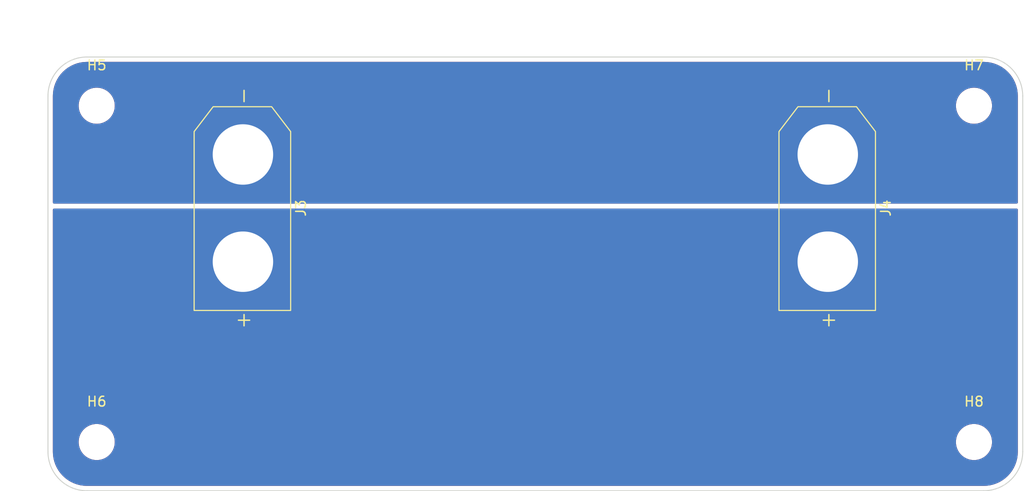
<source format=kicad_pcb>
(kicad_pcb (version 20241229) (generator "pcbnew") (generator_version "9.0")
  (layers (0 "F.Cu" signal) (2 "B.Cu" signal) (13 "F.Paste" user) (15 "B.Paste" user) (5 "F.SilkS" user "F.Silkscreen") (7 "B.SilkS" user "B.Silkscreen") (1 "F.Mask" user) (3 "B.Mask" user) (25 "Edge.Cuts" user))
  (net 0 "")
  (net 1 "/jumper/GND_{BUS}")
  (net 2 "/jumper/+12V_{BUS}")
  (footprint "MountingHole:MountingHole_3.2mm_M3" (layer "F.Cu") (at 103.5 59.5)
    (property "Reference" "H6" (at 0 -4.15 0) (layer "F.SilkS"))
    (property "Value" "MountingHole")
    (pad "" np_thru_hole circle (at 0 0) (size 3.2 3.2) (drill 3.2) (layers "*.Cu" "*.Mask"))
  )
  (footprint "PCM_kikit:Board" (layer "F.Cu") (at 103.5 20)
    (property "Reference" "B2")
    (property "Value" "jumper")
  )
  (footprint "Connector_AMASS_XT90:AMASS_XT90H-F_1x02_P11.0mm_Vertical" (layer "F.Cu") (at 178.5 30 -90)
    (property "Reference" "J4" (at 5.5 -5.95 90) (layer "F.SilkS"))
    (property "Value" "XT90-F")
    (fp_poly (pts (xy -2.35 5.005658) (xy 16 5.005658) (xy 16 -4.894342) (xy -2.35 -4.894342) (xy -4.9 -2.944342) (xy -4.9 3.055658)) (stroke (width 0.12)) (fill no) (layer "F.SilkS"))
    (fp_text user "-" (at -6 0 270) (layer "F.SilkS") (effects (font (size 1.5 1.5))))
    (fp_text user "+" (at 17 0 270) (layer "F.SilkS") (effects (font (size 1.5 1.5))))
    (pad "1" thru_hole roundrect (at 0 0 270) (size 8.2 8.2) (drill 6.2) (layers "*.Cu" "*.Mask") (net 1 "/jumper/GND_{BUS}"))
    (pad "2" thru_hole circle (at 11 0 270) (size 8.2 8.2) (drill 6.2) (layers "*.Cu" "*.Mask") (net 2 "/jumper/+12V_{BUS}"))
  )
  (footprint "MountingHole:MountingHole_3.2mm_M3" (layer "F.Cu") (at 103.5 25)
    (property "Reference" "H5" (at 0 -4.15 0) (layer "F.SilkS"))
    (property "Value" "MountingHole")
    (pad "" np_thru_hole circle (at 0 0) (size 3.2 3.2) (drill 3.2) (layers "*.Cu" "*.Mask"))
  )
  (footprint "MountingHole:MountingHole_3.2mm_M3" (layer "F.Cu") (at 193.5 25)
    (property "Reference" "H7" (at 0 -4.15 0) (layer "F.SilkS"))
    (property "Value" "MountingHole")
    (pad "" np_thru_hole circle (at 0 0) (size 3.2 3.2) (drill 3.2) (layers "*.Cu" "*.Mask"))
  )
  (footprint "MountingHole:MountingHole_3.2mm_M3" (layer "F.Cu") (at 193.5 59.5)
    (property "Reference" "H8" (at 0 -4.15 0) (layer "F.SilkS"))
    (property "Value" "MountingHole")
    (pad "" np_thru_hole circle (at 0 0) (size 3.2 3.2) (drill 3.2) (layers "*.Cu" "*.Mask"))
  )
  (footprint "Connector_AMASS_XT90:AMASS_XT90H-M_1x02_P11.0mm_Vertical" (layer "F.Cu") (at 118.5 30 -90)
    (property "Reference" "J3" (at 5.5 -5.95 90) (layer "F.SilkS"))
    (property "Value" "XT90-M")
    (fp_poly (pts (xy -2.35 5.005658) (xy 16 5.005658) (xy 16 -4.894342) (xy -2.35 -4.894342) (xy -4.9 -2.944342) (xy -4.9 3.055658)) (stroke (width 0.12)) (fill no) (layer "F.SilkS"))
    (fp_text user "-" (at -6 0 270) (layer "F.SilkS") (effects (font (size 1.5 1.5))))
    (fp_text user "+" (at 17 0 270) (layer "F.SilkS") (effects (font (size 1.5 1.5))))
    (pad "1" thru_hole roundrect (at 0 0 270) (size 8.2 8.2) (drill 6.2) (layers "*.Cu" "*.Mask") (net 1 "/jumper/GND_{BUS}"))
    (pad "2" thru_hole circle (at 11 0 270) (size 8.2 8.2) (drill 6.2) (layers "*.Cu" "*.Mask") (net 2 "/jumper/+12V_{BUS}"))
  )
  (gr_line (start 194.5 64.5) (end 102.5 64.5) (stroke (width 0.1)) (layer "Edge.Cuts"))
  (gr_arc (start 102.5 64.5) (mid 99.671572 63.328427) (end 98.5 60.5) (stroke (width 0.1)) (layer "Edge.Cuts"))
  (gr_line (start 198.5 24) (end 198.5 60.5) (stroke (width 0.1)) (layer "Edge.Cuts"))
  (gr_arc (start 98.5 24) (mid 99.671572 21.171572) (end 102.5 20) (stroke (width 0.1)) (layer "Edge.Cuts"))
  (gr_arc (start 194.5 20) (mid 197.328427 21.171572) (end 198.5 24) (stroke (width 0.1)) (layer "Edge.Cuts"))
  (gr_line (start 102.5 20) (end 194.5 20) (stroke (width 0.1)) (layer "Edge.Cuts"))
  (gr_arc (start 198.5 60.5) (mid 197.328427 63.328427) (end 194.5 64.5) (stroke (width 0.1)) (layer "Edge.Cuts"))
  (gr_line (start 98.5 60.5) (end 98.5 24) (stroke (width 0.1)) (layer "Edge.Cuts"))
  (zone (net 2) (net_name "/jumper/+12V_{BUS}") (layers "F.Cu" "B.Cu") (priority 5) (connect_pads yes (clearance 0.5)) (min_thickness 0.25) (fill yes (thermal_gap 0.5) (thermal_bridge_width 0.5))
    (polygon (pts (xy 98.5 64.5) (xy 198.5 64.5) (xy 198.5 35.55) (xy 98.5 35.55)))
  )
  (zone (net 1) (net_name "/jumper/GND_{BUS}") (layers "F.Cu" "B.Cu") (priority 4) (connect_pads yes (clearance 0.5)) (min_thickness 0.25) (fill yes (thermal_gap 0.5) (thermal_bridge_width 0.5))
    (polygon (pts (xy 98.5 20) (xy 198.5 20) (xy 198.5 35.55) (xy 98.5 35.55)))
  )
)
</source>
